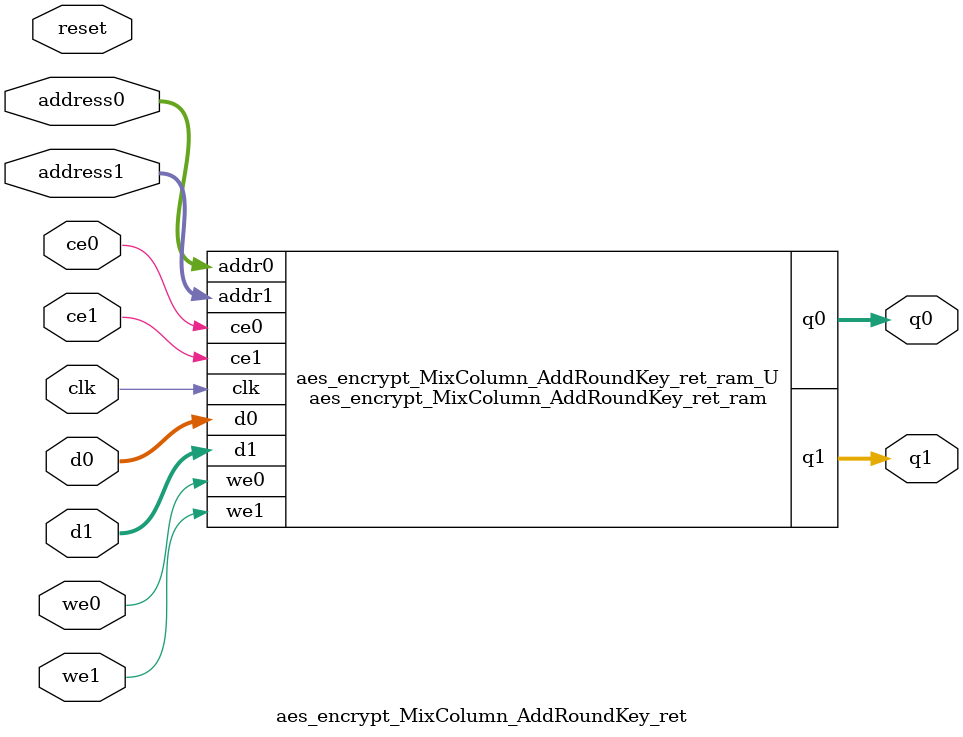
<source format=v>
`timescale 1 ns / 1 ps
module aes_encrypt_MixColumn_AddRoundKey_ret_ram (addr0, ce0, d0, we0, q0, addr1, ce1, d1, we1, q1,  clk);

parameter DWIDTH = 8;
parameter AWIDTH = 5;
parameter MEM_SIZE = 32;

input[AWIDTH-1:0] addr0;
input ce0;
input[DWIDTH-1:0] d0;
input we0;
output reg[DWIDTH-1:0] q0;
input[AWIDTH-1:0] addr1;
input ce1;
input[DWIDTH-1:0] d1;
input we1;
output reg[DWIDTH-1:0] q1;
input clk;

reg [DWIDTH-1:0] ram[0:MEM_SIZE-1];




always @(posedge clk)  
begin 
    if (ce0) begin
        if (we0) 
            ram[addr0] <= d0; 
        q0 <= ram[addr0];
    end
end


always @(posedge clk)  
begin 
    if (ce1) begin
        if (we1) 
            ram[addr1] <= d1; 
        q1 <= ram[addr1];
    end
end


endmodule

`timescale 1 ns / 1 ps
module aes_encrypt_MixColumn_AddRoundKey_ret(
    reset,
    clk,
    address0,
    ce0,
    we0,
    d0,
    q0,
    address1,
    ce1,
    we1,
    d1,
    q1);

parameter DataWidth = 32'd8;
parameter AddressRange = 32'd32;
parameter AddressWidth = 32'd5;
input reset;
input clk;
input[AddressWidth - 1:0] address0;
input ce0;
input we0;
input[DataWidth - 1:0] d0;
output[DataWidth - 1:0] q0;
input[AddressWidth - 1:0] address1;
input ce1;
input we1;
input[DataWidth - 1:0] d1;
output[DataWidth - 1:0] q1;



aes_encrypt_MixColumn_AddRoundKey_ret_ram aes_encrypt_MixColumn_AddRoundKey_ret_ram_U(
    .clk( clk ),
    .addr0( address0 ),
    .ce0( ce0 ),
    .we0( we0 ),
    .d0( d0 ),
    .q0( q0 ),
    .addr1( address1 ),
    .ce1( ce1 ),
    .we1( we1 ),
    .d1( d1 ),
    .q1( q1 ));

endmodule


</source>
